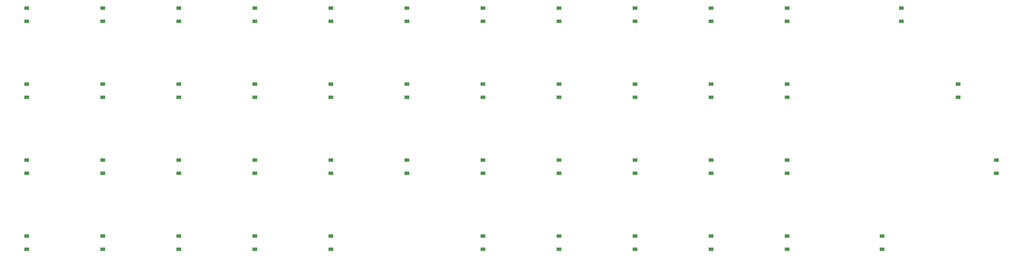
<source format=gbp>
G04 #@! TF.GenerationSoftware,KiCad,Pcbnew,(6.0.7)*
G04 #@! TF.CreationDate,2022-10-02T17:15:59-07:00*
G04 #@! TF.ProjectId,keyboard,6b657962-6f61-4726-942e-6b696361645f,rev?*
G04 #@! TF.SameCoordinates,Original*
G04 #@! TF.FileFunction,Paste,Bot*
G04 #@! TF.FilePolarity,Positive*
%FSLAX46Y46*%
G04 Gerber Fmt 4.6, Leading zero omitted, Abs format (unit mm)*
G04 Created by KiCad (PCBNEW (6.0.7)) date 2022-10-02 17:15:59*
%MOMM*%
%LPD*%
G01*
G04 APERTURE LIST*
%ADD10R,1.200000X0.900000*%
G04 APERTURE END LIST*
D10*
G04 #@! TO.C,D_13*
X128623625Y-55926000D03*
X128623625Y-52626000D03*
G04 #@! TD*
G04 #@! TO.C,D_2*
X147673625Y-36876000D03*
X147673625Y-33576000D03*
G04 #@! TD*
G04 #@! TO.C,D_22*
X300073625Y-55926000D03*
X300073625Y-52626000D03*
G04 #@! TD*
G04 #@! TO.C,D_23*
X342936125Y-55926000D03*
X342936125Y-52626000D03*
G04 #@! TD*
G04 #@! TO.C,D_32*
X261973625Y-74976000D03*
X261973625Y-71676000D03*
G04 #@! TD*
G04 #@! TO.C,D_8*
X261973625Y-36876000D03*
X261973625Y-33576000D03*
G04 #@! TD*
G04 #@! TO.C,D_37*
X128623625Y-94026000D03*
X128623625Y-90726000D03*
G04 #@! TD*
G04 #@! TO.C,D_35*
X352461125Y-74976000D03*
X352461125Y-71676000D03*
G04 #@! TD*
G04 #@! TO.C,D_36*
X109573625Y-94026000D03*
X109573625Y-90726000D03*
G04 #@! TD*
G04 #@! TO.C,D_10*
X300073625Y-36876000D03*
X300073625Y-33576000D03*
G04 #@! TD*
G04 #@! TO.C,D_1*
X128623625Y-36876000D03*
X128623625Y-33576000D03*
G04 #@! TD*
G04 #@! TO.C,D_31*
X242923625Y-74976000D03*
X242923625Y-71676000D03*
G04 #@! TD*
G04 #@! TO.C,D_44*
X281023625Y-94026000D03*
X281023625Y-90726000D03*
G04 #@! TD*
G04 #@! TO.C,D_6*
X223873625Y-36876000D03*
X223873625Y-33576000D03*
G04 #@! TD*
G04 #@! TO.C,D_11*
X328648625Y-36876000D03*
X328648625Y-33576000D03*
G04 #@! TD*
G04 #@! TO.C,D_12*
X109573625Y-55926000D03*
X109573625Y-52626000D03*
G04 #@! TD*
G04 #@! TO.C,D_24*
X109573625Y-74976000D03*
X109573625Y-71676000D03*
G04 #@! TD*
G04 #@! TO.C,D_3*
X166723625Y-36876000D03*
X166723625Y-33576000D03*
G04 #@! TD*
G04 #@! TO.C,D_9*
X281023625Y-36876000D03*
X281023625Y-33576000D03*
G04 #@! TD*
G04 #@! TO.C,D_16*
X185773625Y-55926000D03*
X185773625Y-52626000D03*
G04 #@! TD*
G04 #@! TO.C,D_21*
X281023625Y-55926000D03*
X281023625Y-52626000D03*
G04 #@! TD*
G04 #@! TO.C,D_19*
X242923625Y-55926000D03*
X242923625Y-52626000D03*
G04 #@! TD*
G04 #@! TO.C,D_42*
X242923625Y-94026000D03*
X242923625Y-90726000D03*
G04 #@! TD*
G04 #@! TO.C,D_43*
X261973625Y-94026000D03*
X261973625Y-90726000D03*
G04 #@! TD*
G04 #@! TO.C,D_39*
X166723625Y-94026000D03*
X166723625Y-90726000D03*
G04 #@! TD*
G04 #@! TO.C,D_29*
X204823625Y-74976000D03*
X204823625Y-71676000D03*
G04 #@! TD*
G04 #@! TO.C,D_25*
X128623625Y-74976000D03*
X128623625Y-71676000D03*
G04 #@! TD*
G04 #@! TO.C,D_4*
X185773625Y-36876000D03*
X185773625Y-33576000D03*
G04 #@! TD*
G04 #@! TO.C,D_20*
X261973625Y-55926000D03*
X261973625Y-52626000D03*
G04 #@! TD*
G04 #@! TO.C,D_14*
X147673625Y-55926000D03*
X147673625Y-52626000D03*
G04 #@! TD*
G04 #@! TO.C,D_30*
X223873625Y-74976000D03*
X223873625Y-71676000D03*
G04 #@! TD*
G04 #@! TO.C,D_27*
X166723625Y-74976000D03*
X166723625Y-71676000D03*
G04 #@! TD*
G04 #@! TO.C,D_26*
X147673625Y-74976000D03*
X147673625Y-71676000D03*
G04 #@! TD*
G04 #@! TO.C,D_38*
X147673625Y-94026000D03*
X147673625Y-90726000D03*
G04 #@! TD*
G04 #@! TO.C,D_40*
X185773625Y-94026000D03*
X185773625Y-90726000D03*
G04 #@! TD*
G04 #@! TO.C,D_17*
X204823625Y-55926000D03*
X204823625Y-52626000D03*
G04 #@! TD*
G04 #@! TO.C,D_0*
X109573625Y-36876000D03*
X109573625Y-33576000D03*
G04 #@! TD*
G04 #@! TO.C,D_5*
X204823625Y-36876000D03*
X204823625Y-33576000D03*
G04 #@! TD*
G04 #@! TO.C,D_18*
X223873625Y-55926000D03*
X223873625Y-52626000D03*
G04 #@! TD*
G04 #@! TO.C,D_28*
X185773625Y-74976000D03*
X185773625Y-71676000D03*
G04 #@! TD*
G04 #@! TO.C,D_33*
X281023625Y-74976000D03*
X281023625Y-71676000D03*
G04 #@! TD*
G04 #@! TO.C,D_46*
X323886125Y-94026000D03*
X323886125Y-90726000D03*
G04 #@! TD*
G04 #@! TO.C,D_45*
X300073625Y-94026000D03*
X300073625Y-90726000D03*
G04 #@! TD*
G04 #@! TO.C,D_41*
X223873625Y-94026000D03*
X223873625Y-90726000D03*
G04 #@! TD*
G04 #@! TO.C,D_15*
X166723625Y-55926000D03*
X166723625Y-52626000D03*
G04 #@! TD*
G04 #@! TO.C,D_34*
X300073625Y-74976000D03*
X300073625Y-71676000D03*
G04 #@! TD*
G04 #@! TO.C,D_7*
X242923625Y-36876000D03*
X242923625Y-33576000D03*
G04 #@! TD*
M02*

</source>
